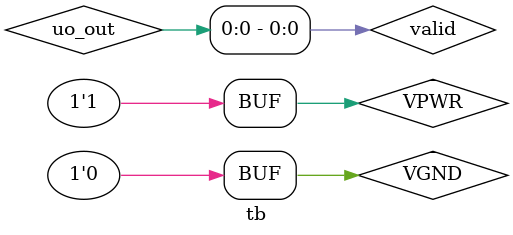
<source format=v>
`default_nettype none
`timescale 1ns / 1ps

/* This testbench just instantiates the module and makes some convenient wires
   that can be driven / tested by the cocotb test.py.
*/
module tb ();

  // Dump the signals to a VCD file. You can view it with gtkwave.
  initial begin
    $dumpfile("tb.vcd");
    $dumpvars(0, tb);
    #1;
  end

  // Wire up the inputs and outputs:
  reg clk;
  reg rst_n;
  reg ena;
  reg [7:0] ui_in;
  reg [7:0] uio_in;
  wire [7:0] uo_out;
  wire [7:0] uio_out;
  wire [7:0] uio_oe;

  // Power supply wires for GF180
  wire VPWR;
  wire VGND;
  assign VPWR = 1'b1;
  assign VGND = 1'b0;

  wire ps2_clk;
  wire ps2_data;
  wire clear_int;
  wire valid;
  wire interupt;
  wire cs;
  wire data_rdy;
  wire fifo_full;
  wire uart_tx;

  assign ui_in[0] = ps2_clk;
  assign ui_in[1] = ps2_data;
  assign ui_in[2] = clear_int;
  assign ui_in[3] = cs;

  assign valid = uo_out[0];
  assign interupt = uo_out[1];
  assign data_rdy = uo_out[2];
  assign fifo_full = uo_out[3];
  assign uart_tx = uo_out[4];

  // Replace tt_um_example with your module name:
  tt_um_benpayne_ps2_decoder user_project (

      // Include power ports (required for GF180):
      .VPWR(VPWR),
      .VGND(VGND),

      .clk    (clk),      // clock
      .ena    (ena),      // enable - goes high when design is selected
      .rst_n  (rst_n),    // not reset
      .ui_in  (ui_in),    // Dedicated inputs
      .uio_in (uio_in),   // IOs: Input path
      .uio_oe (uio_oe),   // IOs: Enable path (active high: 0=input, 1=output)
      .uio_out(uio_out),  // IOs: Output path
      .uo_out (uo_out)    // Dedicated outputs
  );

endmodule

</source>
